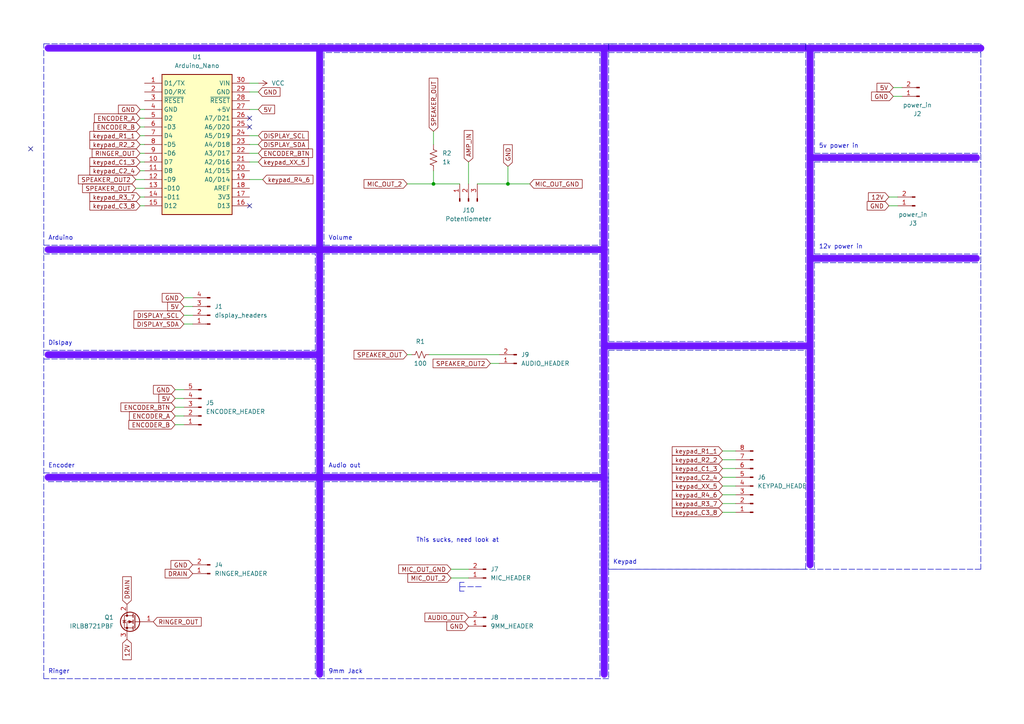
<source format=kicad_sch>
(kicad_sch (version 20211123) (generator eeschema)
  (paper "A4")
  (lib_symbols
    (symbol "Arduino:Arduino_Nano"
      (property "Reference" "U" (at -10.16 24.13 0))
      (property "Value" "Arduino_Nano" (at -10.16 22.86 0))
      (symbol "Arduino_Nano_0_1"
        (rectangle (start -10.16 20.32) (end 10.16 -20.32) (stroke (width 0.254)) (fill (type background)))
      )
      (symbol "Arduino_Nano_1_1"
        (pin bidirectional line (at -15.24 17.78 0) (length 5.08) (name "D1/TX") (number "1"))
        (pin bidirectional line (at -15.24 -5.08 0) (length 5.08) (name "D7") (number "10"))
        (pin bidirectional line (at -15.24 -7.62 0) (length 5.08) (name "D8") (number "11"))
        (pin bidirectional line (at -15.24 -10.16 0) (length 5.08) (name "~D9") (number "12"))
        (pin bidirectional line (at -15.24 -12.7 0) (length 5.08) (name "~D10") (number "13"))
        (pin bidirectional line (at -15.24 -15.24 0) (length 5.08) (name "~D11") (number "14"))
        (pin bidirectional line (at -15.24 -17.78 0) (length 5.08) (name "D12") (number "15"))
        (pin bidirectional line (at 15.24 -17.78 180) (length 5.08) (name "D13") (number "16"))
        (pin power_out line (at 15.24 -15.24 180) (length 5.08) (name "3V3") (number "17"))
        (pin input line (at 15.24 -12.7 180) (length 5.08) (name "AREF") (number "18"))
        (pin bidirectional line (at 15.24 -10.16 180) (length 5.08) (name "A0/D14") (number "19"))
        (pin bidirectional line (at -15.24 15.24 0) (length 5.08) (name "D0/RX") (number "2"))
        (pin bidirectional line (at 15.24 -7.62 180) (length 5.08) (name "A1/D15") (number "20"))
        (pin bidirectional line (at 15.24 -5.08 180) (length 5.08) (name "A2/D16") (number "21"))
        (pin bidirectional line (at 15.24 -2.54 180) (length 5.08) (name "A3/D17") (number "22"))
        (pin bidirectional line (at 15.24 0 180) (length 5.08) (name "A4/D18") (number "23"))
        (pin bidirectional line (at 15.24 2.54 180) (length 5.08) (name "A5/D19") (number "24"))
        (pin bidirectional line (at 15.24 5.08 180) (length 5.08) (name "A6/D20") (number "25"))
        (pin bidirectional line (at 15.24 7.62 180) (length 5.08) (name "A7/D21") (number "26"))
        (pin power_out line (at 15.24 10.16 180) (length 5.08) (name "+5V") (number "27"))
        (pin input line (at 15.24 12.7 180) (length 5.08) (name "~{RESET}") (number "28"))
        (pin power_in line (at 15.24 15.24 180) (length 5.08) (name "GND") (number "29"))
        (pin input line (at -15.24 12.7 0) (length 5.08) (name "~{RESET}") (number "3"))
        (pin power_in line (at 15.24 17.78 180) (length 5.08) (name "VIN") (number "30"))
        (pin power_in line (at -15.24 10.16 0) (length 5.08) (name "GND") (number "4"))
        (pin bidirectional line (at -15.24 7.62 0) (length 5.08) (name "D2") (number "5"))
        (pin bidirectional line (at -15.24 5.08 0) (length 5.08) (name "~D3") (number "6"))
        (pin bidirectional line (at -15.24 2.54 0) (length 5.08) (name "D4") (number "7"))
        (pin bidirectional line (at -15.24 0 0) (length 5.08) (name "~D5") (number "8"))
        (pin bidirectional line (at -15.24 -2.54 0) (length 5.08) (name "~D6") (number "9"))
      )
    )
    (symbol "Connector:Conn_01x02_Male" (pin_names (offset 1.016) hide)
      (property "Reference" "J" (at 0 2.54 0))
      (property "Value" "Conn_01x02_Male" (at 0 -5.08 0))
      (symbol "Conn_01x02_Male_1_1"
        (polyline (pts (xy 1.27 -2.54) (xy 0.8636 -2.54)) (stroke (width 0.1524)))
        (polyline (pts (xy 1.27 0) (xy 0.8636 0)) (stroke (width 0.1524)))
        (rectangle (start 0.8636 -2.413) (end 0 -2.667) (stroke (width 0.1524)) (fill (type outline)))
        (rectangle (start 0.8636 0.127) (end 0 -0.127) (stroke (width 0.1524)) (fill (type outline)))
        (pin passive line (at 5.08 0 180) (length 3.81) (name "Pin_1") (number "1"))
        (pin passive line (at 5.08 -2.54 180) (length 3.81) (name "Pin_2") (number "2"))
      )
    )
    (symbol "Connector:Conn_01x03_Male" (pin_names (offset 1.016) hide)
      (property "Reference" "J" (at 0 5.08 0))
      (property "Value" "Conn_01x03_Male" (at 0 -5.08 0))
      (symbol "Conn_01x03_Male_1_1"
        (polyline (pts (xy 1.27 -2.54) (xy 0.8636 -2.54)) (stroke (width 0.1524)))
        (polyline (pts (xy 1.27 0) (xy 0.8636 0)) (stroke (width 0.1524)))
        (polyline (pts (xy 1.27 2.54) (xy 0.8636 2.54)) (stroke (width 0.1524)))
        (rectangle (start 0.8636 -2.413) (end 0 -2.667) (stroke (width 0.1524)) (fill (type outline)))
        (rectangle (start 0.8636 0.127) (end 0 -0.127) (stroke (width 0.1524)) (fill (type outline)))
        (rectangle (start 0.8636 2.667) (end 0 2.413) (stroke (width 0.1524)) (fill (type outline)))
        (pin passive line (at 5.08 2.54 180) (length 3.81) (name "Pin_1") (number "1"))
        (pin passive line (at 5.08 0 180) (length 3.81) (name "Pin_2") (number "2"))
        (pin passive line (at 5.08 -2.54 180) (length 3.81) (name "Pin_3") (number "3"))
      )
    )
    (symbol "Connector:Conn_01x04_Male" (pin_names (offset 1.016) hide)
      (property "Reference" "J" (at 0 5.08 0))
      (property "Value" "Conn_01x04_Male" (at 0 -7.62 0))
      (symbol "Conn_01x04_Male_1_1"
        (polyline (pts (xy 1.27 -5.08) (xy 0.8636 -5.08)) (stroke (width 0.1524)))
        (polyline (pts (xy 1.27 -2.54) (xy 0.8636 -2.54)) (stroke (width 0.1524)))
        (polyline (pts (xy 1.27 0) (xy 0.8636 0)) (stroke (width 0.1524)))
        (polyline (pts (xy 1.27 2.54) (xy 0.8636 2.54)) (stroke (width 0.1524)))
        (rectangle (start 0.8636 -4.953) (end 0 -5.207) (stroke (width 0.1524)) (fill (type outline)))
        (rectangle (start 0.8636 -2.413) (end 0 -2.667) (stroke (width 0.1524)) (fill (type outline)))
        (rectangle (start 0.8636 0.127) (end 0 -0.127) (stroke (width 0.1524)) (fill (type outline)))
        (rectangle (start 0.8636 2.667) (end 0 2.413) (stroke (width 0.1524)) (fill (type outline)))
        (pin passive line (at 5.08 2.54 180) (length 3.81) (name "Pin_1") (number "1"))
        (pin passive line (at 5.08 0 180) (length 3.81) (name "Pin_2") (number "2"))
        (pin passive line (at 5.08 -2.54 180) (length 3.81) (name "Pin_3") (number "3"))
        (pin passive line (at 5.08 -5.08 180) (length 3.81) (name "Pin_4") (number "4"))
      )
    )
    (symbol "Connector:Conn_01x05_Male" (pin_names (offset 1.016) hide)
      (property "Reference" "J" (at 0 7.62 0))
      (property "Value" "Conn_01x05_Male" (at 0 -7.62 0))
      (symbol "Conn_01x05_Male_1_1"
        (polyline (pts (xy 1.27 -5.08) (xy 0.8636 -5.08)) (stroke (width 0.1524)))
        (polyline (pts (xy 1.27 -2.54) (xy 0.8636 -2.54)) (stroke (width 0.1524)))
        (polyline (pts (xy 1.27 0) (xy 0.8636 0)) (stroke (width 0.1524)))
        (polyline (pts (xy 1.27 2.54) (xy 0.8636 2.54)) (stroke (width 0.1524)))
        (polyline (pts (xy 1.27 5.08) (xy 0.8636 5.08)) (stroke (width 0.1524)))
        (rectangle (start 0.8636 -4.953) (end 0 -5.207) (stroke (width 0.1524)) (fill (type outline)))
        (rectangle (start 0.8636 -2.413) (end 0 -2.667) (stroke (width 0.1524)) (fill (type outline)))
        (rectangle (start 0.8636 0.127) (end 0 -0.127) (stroke (width 0.1524)) (fill (type outline)))
        (rectangle (start 0.8636 2.667) (end 0 2.413) (stroke (width 0.1524)) (fill (type outline)))
        (rectangle (start 0.8636 5.207) (end 0 4.953) (stroke (width 0.1524)) (fill (type outline)))
        (pin passive line (at 5.08 5.08 180) (length 3.81) (name "Pin_1") (number "1"))
        (pin passive line (at 5.08 2.54 180) (length 3.81) (name "Pin_2") (number "2"))
        (pin passive line (at 5.08 0 180) (length 3.81) (name "Pin_3") (number "3"))
        (pin passive line (at 5.08 -2.54 180) (length 3.81) (name "Pin_4") (number "4"))
        (pin passive line (at 5.08 -5.08 180) (length 3.81) (name "Pin_5") (number "5"))
      )
    )
    (symbol "Connector:Conn_01x08_Male" (pin_names (offset 1.016) hide)
      (property "Reference" "J" (at 0 10.16 0))
      (property "Value" "Conn_01x08_Male" (at 0 -12.7 0))
      (symbol "Conn_01x08_Male_1_1"
        (polyline (pts (xy 1.27 -10.16) (xy 0.8636 -10.16)) (stroke (width 0.1524)))
        (polyline (pts (xy 1.27 -7.62) (xy 0.8636 -7.62)) (stroke (width 0.1524)))
        (polyline (pts (xy 1.27 -5.08) (xy 0.8636 -5.08)) (stroke (width 0.1524)))
        (polyline (pts (xy 1.27 -2.54) (xy 0.8636 -2.54)) (stroke (width 0.1524)))
        (polyline (pts (xy 1.27 0) (xy 0.8636 0)) (stroke (width 0.1524)))
        (polyline (pts (xy 1.27 2.54) (xy 0.8636 2.54)) (stroke (width 0.1524)))
        (polyline (pts (xy 1.27 5.08) (xy 0.8636 5.08)) (stroke (width 0.1524)))
        (polyline (pts (xy 1.27 7.62) (xy 0.8636 7.62)) (stroke (width 0.1524)))
        (rectangle (start 0.8636 -10.033) (end 0 -10.287) (stroke (width 0.1524)) (fill (type outline)))
        (rectangle (start 0.8636 -7.493) (end 0 -7.747) (stroke (width 0.1524)) (fill (type outline)))
        (rectangle (start 0.8636 -4.953) (end 0 -5.207) (stroke (width 0.1524)) (fill (type outline)))
        (rectangle (start 0.8636 -2.413) (end 0 -2.667) (stroke (width 0.1524)) (fill (type outline)))
        (rectangle (start 0.8636 0.127) (end 0 -0.127) (stroke (width 0.1524)) (fill (type outline)))
        (rectangle (start 0.8636 2.667) (end 0 2.413) (stroke (width 0.1524)) (fill (type outline)))
        (rectangle (start 0.8636 5.207) (end 0 4.953) (stroke (width 0.1524)) (fill (type outline)))
        (rectangle (start 0.8636 7.747) (end 0 7.493) (stroke (width 0.1524)) (fill (type outline)))
        (pin passive line (at 5.08 7.62 180) (length 3.81) (name "Pin_1") (number "1"))
        (pin passive line (at 5.08 5.08 180) (length 3.81) (name "Pin_2") (number "2"))
        (pin passive line (at 5.08 2.54 180) (length 3.81) (name "Pin_3") (number "3"))
        (pin passive line (at 5.08 0 180) (length 3.81) (name "Pin_4") (number "4"))
        (pin passive line (at 5.08 -2.54 180) (length 3.81) (name "Pin_5") (number "5"))
        (pin passive line (at 5.08 -5.08 180) (length 3.81) (name "Pin_6") (number "6"))
        (pin passive line (at 5.08 -7.62 180) (length 3.81) (name "Pin_7") (number "7"))
        (pin passive line (at 5.08 -10.16 180) (length 3.81) (name "Pin_8") (number "8"))
      )
    )
    (symbol "Device:R_Small_US" (pin_numbers hide) (pin_names (offset 0.254) hide)
      (property "Reference" "R" (at 0.762 0.508 0))
      (property "Value" "R_Small_US" (at 0.762 -1.016 0))
      (symbol "R_Small_US_1_1"
        (polyline (pts (xy 0 0) (xy 1.016 -0.381) (xy 0 -0.762) (xy -1.016 -1.143) (xy 0 -1.524)))
        (polyline (pts (xy 0 1.524) (xy 1.016 1.143) (xy 0 0.762) (xy -1.016 0.381) (xy 0 0)))
        (pin passive line (at 0 2.54 270) (length 1.016) (name "~") (number "1"))
        (pin passive line (at 0 -2.54 90) (length 1.016) (name "~") (number "2"))
      )
    )
    (symbol "Device:R_US" (pin_numbers hide) (pin_names (offset 0))
      (property "Reference" "R" (at 2.54 0 90))
      (property "Value" "R_US" (at -2.54 0 90))
      (symbol "R_US_0_1"
        (polyline (pts (xy 0 -2.286) (xy 0 -2.54)))
        (polyline (pts (xy 0 2.286) (xy 0 2.54)))
        (polyline (pts (xy 0 -0.762) (xy 1.016 -1.143) (xy 0 -1.524) (xy -1.016 -1.905) (xy 0 -2.286)))
        (polyline (pts (xy 0 0.762) (xy 1.016 0.381) (xy 0 0) (xy -1.016 -0.381) (xy 0 -0.762)))
        (polyline (pts (xy 0 2.286) (xy 1.016 1.905) (xy 0 1.524) (xy -1.016 1.143) (xy 0 0.762)))
      )
      (symbol "R_US_1_1"
        (pin passive line (at 0 3.81 270) (length 1.27) (name "~") (number "1"))
        (pin passive line (at 0 -3.81 90) (length 1.27) (name "~") (number "2"))
      )
    )
    (symbol "Transistor_FET:IRLB8721PBF" (pin_names hide)
      (property "Reference" "Q" (at 6.35 1.905 0))
      (property "Value" "IRLB8721PBF" (at 6.35 0 0))
      (symbol "IRLB8721PBF_0_1"
        (polyline (pts (xy 0.254 0) (xy -2.54 0)))
        (polyline (pts (xy 0.254 1.905) (xy 0.254 -1.905)) (stroke (width 0.254)))
        (polyline (pts (xy 0.762 -1.27) (xy 0.762 -2.286)) (stroke (width 0.254)))
        (polyline (pts (xy 0.762 0.508) (xy 0.762 -0.508)) (stroke (width 0.254)))
        (polyline (pts (xy 0.762 2.286) (xy 0.762 1.27)) (stroke (width 0.254)))
        (polyline (pts (xy 2.54 2.54) (xy 2.54 1.778)))
        (polyline (pts (xy 2.54 -2.54) (xy 2.54 0) (xy 0.762 0)))
        (polyline (pts (xy 0.762 -1.778) (xy 3.302 -1.778) (xy 3.302 1.778) (xy 0.762 1.778)))
        (polyline (pts (xy 1.016 0) (xy 2.032 0.381) (xy 2.032 -0.381) (xy 1.016 0)) (fill (type outline)))
        (polyline (pts (xy 2.794 0.508) (xy 2.921 0.381) (xy 3.683 0.381) (xy 3.81 0.254)))
        (polyline (pts (xy 3.302 0.381) (xy 2.921 -0.254) (xy 3.683 -0.254) (xy 3.302 0.381)))
        (circle (center 1.651 0) (radius 2.794) (stroke (width 0.254)))
        (circle (center 2.54 -1.778) (radius 0.254) (fill (type outline)))
        (circle (center 2.54 1.778) (radius 0.254) (fill (type outline)))
      )
      (symbol "IRLB8721PBF_1_1"
        (pin input line (at -5.08 0 0) (length 2.54) (name "G") (number "1"))
        (pin passive line (at 2.54 5.08 270) (length 2.54) (name "D") (number "2"))
        (pin passive line (at 2.54 -5.08 90) (length 2.54) (name "S") (number "3"))
      )
    )
    (symbol "power:VCC" (power) (pin_names (offset 0))
      (property "Value" "VCC" (at 0 3.81 0))
      (symbol "VCC_0_1"
        (polyline (pts (xy -0.762 1.27) (xy 0 2.54)))
        (polyline (pts (xy 0 0) (xy 0 2.54)))
        (polyline (pts (xy 0 2.54) (xy 0.762 1.27)))
      )
      (symbol "VCC_1_1"
        (pin power_in line (at 0 0 90) (length 0) hide (name "VCC") (number "1"))
      )
    )
  )
  (junction (at 147.32 53.34))
  (junction (at 125.73 53.34))
  (no_connect (at 72.39 36.83))
  (no_connect (at 8.89 43.18))
  (no_connect (at 72.39 59.69))
  (no_connect (at 72.39 34.29))
  (polyline (pts (xy 236.22 15.24) (xy 236.22 44.45)))
  (wire (pts (xy 138.43 53.34) (xy 147.32 53.34)))
  (polyline (pts (xy 93.98 15.24) (xy 93.98 71.12)))
  (wire (pts (xy 74.93 44.45) (xy 72.39 44.45)))
  (wire (pts (xy 74.93 41.91) (xy 72.39 41.91)))
  (polyline (pts (xy 236.22 76.2) (xy 236.22 165.1)))
  (wire (pts (xy 125.73 38.1) (xy 125.73 41.91)))
  (polyline (pts (xy 93.98 71.12) (xy 173.99 71.12)))
  (wire (pts (xy 209.55 140.97) (xy 213.36 140.97)))
  (polyline (pts (xy 13.97 139.7) (xy 91.44 139.7)))
  (polyline (pts (xy 284.48 165.1) (xy 176.53 165.1)))
  (wire (pts (xy 74.93 31.75) (xy 72.39 31.75)))
  (polyline (pts (xy 91.44 139.7) (xy 91.44 195.58)))
  (polyline (pts (xy 91.44 137.16) (xy 91.44 104.14)))
  (wire (pts (xy 40.64 44.45) (xy 41.91 44.45)))
  (polyline (pts (xy 175.26 13.97) (xy 175.26 72.39)) (stroke (width 2) (type solid) (color 109 20 255 1)))
  (polyline (pts (xy 234.95 13.97) (xy 234.95 163.83)) (stroke (width 2) (type solid) (color 109 20 255 1)))
  (wire (pts (xy 39.37 54.61) (xy 41.91 54.61)))
  (wire (pts (xy 209.55 130.81) (xy 213.36 130.81)))
  (wire (pts (xy 53.34 88.9) (xy 55.88 88.9)))
  (wire (pts (xy 39.37 52.07) (xy 41.91 52.07)))
  (wire (pts (xy 118.11 53.34) (xy 125.73 53.34)))
  (wire (pts (xy 147.32 48.26) (xy 147.32 53.34)))
  (polyline (pts (xy 233.68 99.06) (xy 233.68 12.7)))
  (polyline (pts (xy 173.99 15.24) (xy 93.98 15.24)))
  (wire (pts (xy 53.34 86.36) (xy 55.88 86.36)))
  (polyline (pts (xy 175.26 13.97) (xy 284.48 13.97)) (stroke (width 2) (type solid) (color 109 20 255 1)))
  (polyline (pts (xy 12.7 101.6) (xy 91.44 101.6)))
  (wire (pts (xy 40.64 57.15) (xy 41.91 57.15)))
  (polyline (pts (xy 175.26 100.33) (xy 234.95 100.33)) (stroke (width 2) (type solid) (color 109 20 255 1)))
  (polyline (pts (xy 236.22 76.2) (xy 284.48 76.2)))
  (wire (pts (xy 40.64 49.53) (xy 41.91 49.53)))
  (wire (pts (xy 50.8 115.57) (xy 53.34 115.57)))
  (polyline (pts (xy 284.48 12.7) (xy 284.48 165.1)))
  (wire (pts (xy 209.55 143.51) (xy 213.36 143.51)))
  (polyline (pts (xy 13.97 138.43) (xy 92.71 138.43)) (stroke (width 2) (type solid) (color 109 20 255 1)))
  (wire (pts (xy 74.93 24.13) (xy 72.39 24.13)))
  (wire (pts (xy 130.81 167.64) (xy 135.89 167.64)))
  (polyline (pts (xy 92.71 138.43) (xy 175.26 138.43)) (stroke (width 2) (type solid) (color 109 20 255 1)))
  (polyline (pts (xy 233.68 165.1) (xy 176.53 165.1)))
  (polyline (pts (xy 93.98 139.7) (xy 173.99 139.7)))
  (polyline (pts (xy 13.97 72.39) (xy 96.52 72.39)) (stroke (width 2) (type solid) (color 109 20 255 1)))
  (wire (pts (xy 74.93 26.67) (xy 72.39 26.67)))
  (polyline (pts (xy 133.35 170.18) (xy 133.35 168.91)))
  (polyline (pts (xy 176.53 15.24) (xy 233.68 15.24)))
  (polyline (pts (xy 176.53 137.16) (xy 176.53 165.1)))
  (wire (pts (xy 53.34 91.44) (xy 55.88 91.44)))
  (wire (pts (xy 209.55 133.35) (xy 213.36 133.35)))
  (wire (pts (xy 50.8 113.03) (xy 53.34 113.03)))
  (polyline (pts (xy 236.22 46.99) (xy 236.22 73.66)))
  (wire (pts (xy 142.24 105.41) (xy 144.78 105.41)))
  (polyline (pts (xy 93.98 73.66) (xy 93.98 137.16)))
  (wire (pts (xy 125.73 49.53) (xy 125.73 53.34)))
  (polyline (pts (xy 93.98 73.66) (xy 173.99 73.66)))
  (polyline (pts (xy 92.71 13.97) (xy 175.26 13.97)) (stroke (width 2) (type solid) (color 109 20 255 1)))
  (polyline (pts (xy 133.35 168.91) (xy 134.62 168.91)))
  (polyline (pts (xy 173.99 139.7) (xy 173.99 196.85)))
  (polyline (pts (xy 13.97 13.97) (xy 123.19 13.97)) (stroke (width 2) (type solid) (color 109 20 255 1)))
  (polyline (pts (xy 236.22 44.45) (xy 284.48 44.45)))
  (polyline (pts (xy 175.26 138.43) (xy 175.26 195.58)) (stroke (width 2) (type solid) (color 109 20 255 1)))
  (polyline (pts (xy 176.53 165.1) (xy 176.53 196.85)))
  (wire (pts (xy 40.64 31.75) (xy 41.91 31.75)))
  (wire (pts (xy 76.2 52.07) (xy 72.39 52.07)))
  (polyline (pts (xy 236.22 45.72) (xy 283.21 45.72)) (stroke (width 2) (type solid) (color 109 20 255 1)))
  (polyline (pts (xy 12.7 71.12) (xy 93.98 71.12)))
  (polyline (pts (xy 12.7 12.7) (xy 284.48 12.7)))
  (polyline (pts (xy 133.35 170.18) (xy 139.7 170.18)))
  (polyline (pts (xy 236.22 73.66) (xy 284.48 73.66)))
  (polyline (pts (xy 176.53 101.6) (xy 233.68 101.6)))
  (polyline (pts (xy 133.35 170.18) (xy 133.35 171.45)))
  (wire (pts (xy 50.8 123.19) (xy 53.34 123.19)))
  (polyline (pts (xy 176.53 196.85) (xy 12.7 196.85)))
  (wire (pts (xy 118.11 102.87) (xy 119.38 102.87)))
  (polyline (pts (xy 133.35 171.45) (xy 134.62 171.45)))
  (polyline (pts (xy 13.97 102.87) (xy 92.71 102.87)) (stroke (width 2) (type solid) (color 109 20 255 1)))
  (wire (pts (xy 53.34 93.98) (xy 55.88 93.98)))
  (wire (pts (xy 259.08 25.4) (xy 261.62 25.4)))
  (polyline (pts (xy 173.99 137.16) (xy 173.99 73.66)))
  (polyline (pts (xy 236.22 74.93) (xy 283.21 74.93)) (stroke (width 2) (type solid) (color 109 20 255 1)))
  (wire (pts (xy 50.8 120.65) (xy 53.34 120.65)))
  (polyline (pts (xy 173.99 71.12) (xy 173.99 15.24)))
  (wire (pts (xy 40.64 46.99) (xy 41.91 46.99)))
  (wire (pts (xy 257.81 57.15) (xy 260.35 57.15)))
  (polyline (pts (xy 93.98 139.7) (xy 93.98 196.85)))
  (polyline (pts (xy 176.53 99.06) (xy 233.68 99.06)))
  (polyline (pts (xy 236.22 15.24) (xy 284.48 15.24)))
  (wire (pts (xy 124.46 102.87) (xy 144.78 102.87)))
  (polyline (pts (xy 233.68 12.7) (xy 176.53 12.7)))
  (polyline (pts (xy 92.71 138.43) (xy 92.71 195.58)) (stroke (width 2) (type solid) (color 109 20 255 1)))
  (wire (pts (xy 50.8 118.11) (xy 53.34 118.11)))
  (polyline (pts (xy 12.7 137.16) (xy 91.44 137.16)))
  (polyline (pts (xy 176.53 165.1) (xy 176.53 101.6)))
  (wire (pts (xy 209.55 148.59) (xy 213.36 148.59)))
  (wire (pts (xy 209.55 138.43) (xy 213.36 138.43)))
  (wire (pts (xy 40.64 34.29) (xy 41.91 34.29)))
  (polyline (pts (xy 236.22 46.99) (xy 284.48 46.99)))
  (wire (pts (xy 40.64 39.37) (xy 41.91 39.37)))
  (wire (pts (xy 125.73 53.34) (xy 133.35 53.34)))
  (wire (pts (xy 147.32 53.34) (xy 153.67 53.34)))
  (polyline (pts (xy 92.71 13.97) (xy 92.71 72.39)) (stroke (width 2) (type solid) (color 109 20 255 1)))
  (polyline (pts (xy 91.44 101.6) (xy 91.44 73.66)))
  (wire (pts (xy 74.93 46.99) (xy 72.39 46.99)))
  (polyline (pts (xy 12.7 73.66) (xy 91.44 73.66)))
  (wire (pts (xy 40.64 59.69) (xy 41.91 59.69)))
  (wire (pts (xy 130.81 165.1) (xy 135.89 165.1)))
  (wire (pts (xy 209.55 135.89) (xy 213.36 135.89)))
  (polyline (pts (xy 176.53 12.7) (xy 177.8 12.7)))
  (polyline (pts (xy 92.71 72.39) (xy 92.71 138.43)) (stroke (width 2) (type solid) (color 109 20 255 1)))
  (wire (pts (xy 40.64 41.91) (xy 41.91 41.91)))
  (polyline (pts (xy 12.7 196.85) (xy 12.7 12.7)))
  (wire (pts (xy 257.81 59.69) (xy 260.35 59.69)))
  (polyline (pts (xy 175.26 72.39) (xy 175.26 139.7)) (stroke (width 2) (type solid) (color 109 20 255 1)))
  (polyline (pts (xy 176.53 12.7) (xy 176.53 99.06)))
  (wire (pts (xy 74.93 39.37) (xy 72.39 39.37)))
  (wire (pts (xy 40.64 36.83) (xy 41.91 36.83)))
  (wire (pts (xy 135.89 46.99) (xy 135.89 53.34)))
  (polyline (pts (xy 12.7 104.14) (xy 91.44 104.14)))
  (wire (pts (xy 259.08 27.94) (xy 261.62 27.94)))
  (polyline (pts (xy 92.71 72.39) (xy 175.26 72.39)) (stroke (width 2) (type solid) (color 109 20 255 1)))
  (wire (pts (xy 209.55 146.05) (xy 213.36 146.05)))
  (polyline (pts (xy 233.68 101.6) (xy 233.68 165.1)))
  (polyline (pts (xy 93.98 137.16) (xy 173.99 137.16)))
  (text "9mm Jack\n" (at 95.25 195.58 0) (effects (font (size 1.27 1.27)) (justify left bottom)))
  (text "This sucks, need look at" (at 120.65 157.48 0) (effects (font (size 1.27 1.27)) (justify left bottom)))
  (text "5v power in\n" (at 237.49 43.18 0) (effects (font (size 1.27 1.27)) (justify left bottom)))
  (text "12v power in\n" (at 237.49 72.39 0) (effects (font (size 1.27 1.27)) (justify left bottom)))
  (text "Arduino\n" (at 13.97 69.85 0) (effects (font (size 1.27 1.27)) (justify left bottom)))
  (text "Ringer\n" (at 13.97 195.58 0) (effects (font (size 1.27 1.27)) (justify left bottom)))
  (text "Dislpay" (at 13.97 100.33 0) (effects (font (size 1.27 1.27)) (justify left bottom)))
  (text "Volume" (at 95.25 69.85 0) (effects (font (size 1.27 1.27)) (justify left bottom)))
  (text "Encoder" (at 13.97 135.89 0) (effects (font (size 1.27 1.27)) (justify left bottom)))
  (text "Audio out\n" (at 95.25 135.89 0) (effects (font (size 1.27 1.27)) (justify left bottom)))
  (text "Keypad\n" (at 177.8 163.83 0) (effects (font (size 1.27 1.27)) (justify left bottom)))
  (global_label "ENCODER_A" (shape input) (at 40.64 34.29 180) (property "Intersheet References" "${INTERSHEET_REFS}" (effects hide)))
  (global_label "MIC_OUT_GND" (shape input) (at 130.81 165.1 180) (property "Intersheet References" "${INTERSHEET_REFS}" (effects hide)))
  (global_label "keypad_R2_2" (shape input) (at 40.64 41.91 180) (property "Intersheet References" "${INTERSHEET_REFS}" (effects hide)))
  (global_label "SPEAKER_OUT" (shape input) (at 39.37 54.61 180) (property "Intersheet References" "${INTERSHEET_REFS}" (effects hide)))
  (global_label "GND" (shape input) (at 147.32 48.26 90) (property "Intersheet References" "${INTERSHEET_REFS}" (effects hide)))
  (global_label "5V" (shape input) (at 259.08 25.4 180) (property "Intersheet References" "${INTERSHEET_REFS}" (effects hide)))
  (global_label "keypad_C3_8" (shape input) (at 209.55 148.59 180) (property "Intersheet References" "${INTERSHEET_REFS}" (effects hide)))
  (global_label "MIC_OUT_2" (shape input) (at 130.81 167.64 180) (property "Intersheet References" "${INTERSHEET_REFS}" (effects hide)))
  (global_label "ENCODER_B" (shape input) (at 50.8 123.19 180) (property "Intersheet References" "${INTERSHEET_REFS}" (effects hide)))
  (global_label "keypad_XX_5" (shape input) (at 74.93 46.99 0) (property "Intersheet References" "${INTERSHEET_REFS}" (effects hide)))
  (global_label "ENCODER_BTN" (shape input) (at 50.8 118.11 180) (property "Intersheet References" "${INTERSHEET_REFS}" (effects hide)))
  (global_label "GND" (shape input) (at 259.08 27.94 180) (property "Intersheet References" "${INTERSHEET_REFS}" (effects hide)))
  (global_label "5V" (shape input) (at 50.8 115.57 180) (property "Intersheet References" "${INTERSHEET_REFS}" (effects hide)))
  (global_label "keypad_C2_4" (shape input) (at 40.64 49.53 180) (property "Intersheet References" "${INTERSHEET_REFS}" (effects hide)))
  (global_label "MIC_OUT_GND" (shape input) (at 153.67 53.34 0) (property "Intersheet References" "${INTERSHEET_REFS}" (effects hide)))
  (global_label "DISPLAY_SCL" (shape input) (at 74.93 39.37 0) (property "Intersheet References" "${INTERSHEET_REFS}" (effects hide)))
  (global_label "DISPLAY_SDA" (shape input) (at 74.93 41.91 0) (property "Intersheet References" "${INTERSHEET_REFS}" (effects hide)))
  (global_label "keypad_R1_1" (shape input) (at 209.55 130.81 180) (property "Intersheet References" "${INTERSHEET_REFS}" (effects hide)))
  (global_label "SPEAKER_OUT" (shape input) (at 118.11 102.87 180) (property "Intersheet References" "${INTERSHEET_REFS}" (effects hide)))
  (global_label "GND" (shape input) (at 135.89 181.61 180) (property "Intersheet References" "${INTERSHEET_REFS}" (effects hide)))
  (global_label "DRAIN" (shape input) (at 55.88 166.37 180) (property "Intersheet References" "${INTERSHEET_REFS}" (effects hide)))
  (global_label "SPEAKER_OUT2" (shape input) (at 39.37 52.07 180) (property "Intersheet References" "${INTERSHEET_REFS}" (effects hide)))
  (global_label "keypad_R1_1" (shape input) (at 40.64 39.37 180) (property "Intersheet References" "${INTERSHEET_REFS}" (effects hide)))
  (global_label "RINGER_OUT" (shape input) (at 40.64 44.45 180) (property "Intersheet References" "${INTERSHEET_REFS}" (effects hide)))
  (global_label "MIC_OUT_2" (shape input) (at 118.11 53.34 180) (property "Intersheet References" "${INTERSHEET_REFS}" (effects hide)))
  (global_label "keypad_R2_2" (shape input) (at 209.55 133.35 180) (property "Intersheet References" "${INTERSHEET_REFS}" (effects hide)))
  (global_label "keypad_R4_6" (shape input) (at 209.55 143.51 180) (property "Intersheet References" "${INTERSHEET_REFS}" (effects hide)))
  (global_label "AUDIO_OUT" (shape input) (at 135.89 179.07 180) (property "Intersheet References" "${INTERSHEET_REFS}" (effects hide)))
  (global_label "keypad_C1_3" (shape input) (at 40.64 46.99 180) (property "Intersheet References" "${INTERSHEET_REFS}" (effects hide)))
  (global_label "GND" (shape input) (at 53.34 86.36 180) (property "Intersheet References" "${INTERSHEET_REFS}" (effects hide)))
  (global_label "AMP_IN" (shape input) (at 135.89 46.99 90) (property "Intersheet References" "${INTERSHEET_REFS}" (effects hide)))
  (global_label "keypad_XX_5" (shape input) (at 209.55 140.97 180) (property "Intersheet References" "${INTERSHEET_REFS}" (effects hide)))
  (global_label "SPEAKER_OUT" (shape input) (at 125.73 38.1 90) (property "Intersheet References" "${INTERSHEET_REFS}" (effects hide)))
  (global_label "ENCODER_B" (shape input) (at 40.64 36.83 180) (property "Intersheet References" "${INTERSHEET_REFS}" (effects hide)))
  (global_label "GND" (shape input) (at 40.64 31.75 180) (property "Intersheet References" "${INTERSHEET_REFS}" (effects hide)))
  (global_label "GND" (shape input) (at 55.88 163.83 180) (property "Intersheet References" "${INTERSHEET_REFS}" (effects hide)))
  (global_label "keypad_R4_6" (shape input) (at 76.2 52.07 0) (property "Intersheet References" "${INTERSHEET_REFS}" (effects hide)))
  (global_label "RINGER_OUT" (shape input) (at 44.45 180.34 0) (property "Intersheet References" "${INTERSHEET_REFS}" (effects hide)))
  (global_label "GND" (shape input) (at 257.81 59.69 180) (property "Intersheet References" "${INTERSHEET_REFS}" (effects hide)))
  (global_label "GND" (shape input) (at 50.8 113.03 180) (property "Intersheet References" "${INTERSHEET_REFS}" (effects hide)))
  (global_label "ENCODER_BTN" (shape input) (at 74.93 44.45 0) (property "Intersheet References" "${INTERSHEET_REFS}" (effects hide)))
  (global_label "keypad_C2_4" (shape input) (at 209.55 138.43 180) (property "Intersheet References" "${INTERSHEET_REFS}" (effects hide)))
  (global_label "keypad_R3_7" (shape input) (at 40.64 57.15 180) (property "Intersheet References" "${INTERSHEET_REFS}" (effects hide)))
  (global_label "keypad_C3_8" (shape input) (at 40.64 59.69 180) (property "Intersheet References" "${INTERSHEET_REFS}" (effects hide)))
  (global_label "DISPLAY_SCL" (shape input) (at 53.34 91.44 180) (property "Intersheet References" "${INTERSHEET_REFS}" (effects hide)))
  (global_label "12V" (shape input) (at 36.83 185.42 270) (property "Intersheet References" "${INTERSHEET_REFS}" (effects hide)))
  (global_label "DRAIN" (shape input) (at 36.83 175.26 90) (property "Intersheet References" "${INTERSHEET_REFS}" (effects hide)))
  (global_label "DISPLAY_SDA" (shape input) (at 53.34 93.98 180) (property "Intersheet References" "${INTERSHEET_REFS}" (effects hide)))
  (global_label "5V" (shape input) (at 53.34 88.9 180) (property "Intersheet References" "${INTERSHEET_REFS}" (effects hide)))
  (global_label "12V" (shape input) (at 257.81 57.15 180) (property "Intersheet References" "${INTERSHEET_REFS}" (effects hide)))
  (global_label "keypad_R3_7" (shape input) (at 209.55 146.05 180) (property "Intersheet References" "${INTERSHEET_REFS}" (effects hide)))
  (global_label "ENCODER_A" (shape input) (at 50.8 120.65 180) (property "Intersheet References" "${INTERSHEET_REFS}" (effects hide)))
  (global_label "keypad_C1_3" (shape input) (at 209.55 135.89 180) (property "Intersheet References" "${INTERSHEET_REFS}" (effects hide)))
  (global_label "SPEAKER_OUT2" (shape input) (at 142.24 105.41 180) (property "Intersheet References" "${INTERSHEET_REFS}" (effects hide)))
  (global_label "5V" (shape input) (at 74.93 31.75 0) (property "Intersheet References" "${INTERSHEET_REFS}" (effects hide)))
  (global_label "GND" (shape input) (at 74.93 26.67 0) (property "Intersheet References" "${INTERSHEET_REFS}" (effects hide)))
  (symbol (lib_id "Arduino:Arduino_Nano") (at 57.15 41.91 0) (unit 1)
    (property "Reference" "U1" (at 57.15 16.51 0))
    (property "Value" "Arduino_Nano" (at 57.15 19.05 0))
    (property "Footprint" "Arduino:Arduino_Nano" (effects hide))
    (property "Datasheet" "https://store.arduino.cc/usa/arduino-nano" (effects hide))
  )
  (symbol (lib_id "Connector:Conn_01x04_Male") (at 60.96 91.44 180) (unit 1)
    (property "Reference" "J1" (at 62.23 88.8999 0) (effects (justify right)))
    (property "Value" "display_headers" (at 62.23 91.4399 0) (effects (justify right)))
    (property "Footprint" "Connector_JST:JST_EH_B4B-EH-A_1x04_P2.50mm_Vertical" (effects hide))
  )
  (symbol (lib_id "Device:R_US") (at 125.73 45.72 0) (unit 1)
    (property "Reference" "R2" (at 128.27 44.4499 0) (effects (justify left)))
    (property "Value" "1k" (at 128.27 46.9899 0) (effects (justify left)))
    (property "Footprint" "Resistor_THT:R_Axial_DIN0204_L3.6mm_D1.6mm_P7.62mm_Horizontal" (effects hide))
  )
  (symbol (lib_id "Connector:Conn_01x05_Male") (at 58.42 118.11 180) (unit 1)
    (property "Reference" "J5" (at 59.69 116.8399 0) (effects (justify right)))
    (property "Value" "ENCODER_HEADER" (at 59.69 119.3799 0) (effects (justify right)))
    (property "Footprint" "Connector_JST:JST_EH_B5B-EH-A_1x05_P2.50mm_Vertical" (effects hide))
  )
  (symbol (lib_id "Device:R_Small_US") (at 121.92 102.87 90) (unit 1)
    (property "Reference" "R1" (at 121.92 99.06 90))
    (property "Value" "100" (at 121.92 105.41 90))
    (property "Footprint" "Resistor_THT:R_Axial_DIN0204_L3.6mm_D1.6mm_P7.62mm_Horizontal" (effects hide))
  )
  (symbol (lib_id "Connector:Conn_01x02_Male") (at 60.96 166.37 180) (unit 1)
    (property "Reference" "J4" (at 62.23 163.8299 0) (effects (justify right)))
    (property "Value" "RINGER_HEADER" (at 62.23 166.3699 0) (effects (justify right)))
    (property "Footprint" "Connector_JST:JST_EH_B2B-EH-A_1x02_P2.50mm_Vertical" (effects hide))
  )
  (symbol (lib_id "Connector:Conn_01x02_Male") (at 266.7 27.94 180) (unit 1)
    (property "Reference" "J2" (at 266.065 33.02 0))
    (property "Value" "power_in" (at 266.065 30.48 0))
    (property "Footprint" "Connector_JST:JST_EH_B2B-EH-A_1x02_P2.50mm_Vertical" (effects hide))
  )
  (symbol (lib_id "Connector:Conn_01x02_Male") (at 140.97 181.61 180) (unit 1)
    (property "Reference" "J8" (at 142.24 179.0699 0) (effects (justify right)))
    (property "Value" "9MM_HEADER" (at 142.24 181.6099 0) (effects (justify right)))
    (property "Footprint" "Connector_JST:JST_EH_B2B-EH-A_1x02_P2.50mm_Vertical" (effects hide))
  )
  (symbol (lib_id "Transistor_FET:IRLB8721PBF") (at 39.37 180.34 0) (mirror y) (unit 1)
    (property "Reference" "Q1" (at 33.02 179.0699 0) (effects (justify left)))
    (property "Value" "IRLB8721PBF" (at 33.02 181.6099 0) (effects (justify left)))
    (property "Footprint" "Package_TO_SOT_THT:TO-220-3_Vertical" (effects hide))
    (property "Datasheet" "http://www.infineon.com/dgdl/irlb8721pbf.pdf?fileId=5546d462533600a40153566056732591" (effects hide))
  )
  (symbol (lib_id "power:VCC") (at 74.93 24.13 270) (unit 1)
    (property "Reference" "#PWR0101" (effects hide))
    (property "Value" "VCC" (at 78.74 24.1299 90) (effects (justify left)))
  )
  (symbol (lib_id "Connector:Conn_01x08_Male") (at 218.44 140.97 180) (unit 1)
    (property "Reference" "J6" (at 219.71 138.4299 0) (effects (justify right)))
    (property "Value" "KEYPAD_HEADER" (at 219.71 140.9699 0) (effects (justify right)))
    (property "Footprint" "Connector_JST:JST_EH_B8B-EH-A_1x08_P2.50mm_Vertical" (effects hide))
  )
  (symbol (lib_id "Connector:Conn_01x02_Male") (at 140.97 167.64 180) (unit 1)
    (property "Reference" "J7" (at 142.24 165.0999 0) (effects (justify right)))
    (property "Value" "MIC_HEADER" (at 142.24 167.6399 0) (effects (justify right)))
    (property "Footprint" "Connector_JST:JST_EH_B2B-EH-A_1x02_P2.50mm_Vertical" (effects hide))
  )
  (symbol (lib_id "Connector:Conn_01x02_Male") (at 265.43 59.69 180) (unit 1)
    (property "Reference" "J3" (at 264.795 64.77 0))
    (property "Value" "power_in" (at 264.795 62.23 0))
    (property "Footprint" "Connector_JST:JST_EH_B2B-EH-A_1x02_P2.50mm_Vertical" (effects hide))
  )
  (symbol (lib_id "Connector:Conn_01x03_Male") (at 135.89 58.42 90) (unit 1)
    (property "Reference" "J10" (at 135.89 60.96 90))
    (property "Value" "Potentiometer" (at 135.89 63.5 90))
    (property "Footprint" "Connector_JST:JST_EH_B3B-EH-A_1x03_P2.50mm_Vertical" (effects hide))
  )
  (symbol (lib_id "Connector:Conn_01x02_Male") (at 149.86 105.41 180) (unit 1)
    (property "Reference" "J9" (at 151.13 102.8699 0) (effects (justify right)))
    (property "Value" "AUDIO_HEADER" (at 151.13 105.4099 0) (effects (justify right)))
    (property "Footprint" "Connector_JST:JST_EH_B2B-EH-A_1x02_P2.50mm_Vertical" (effects hide))
  )
)
</source>
